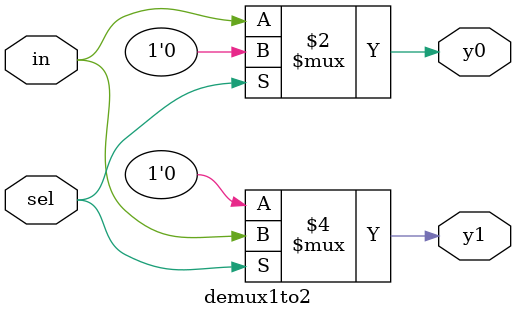
<source format=v>
module demux1to2 (
    input wire in,
    input wire sel,
    output wire y0,
    output wire y1
);
    assign y0 = (sel == 1'b0) ? in : 1'b0;
    assign y1 = (sel == 1'b1) ? in : 1'b0;
endmodule
</source>
